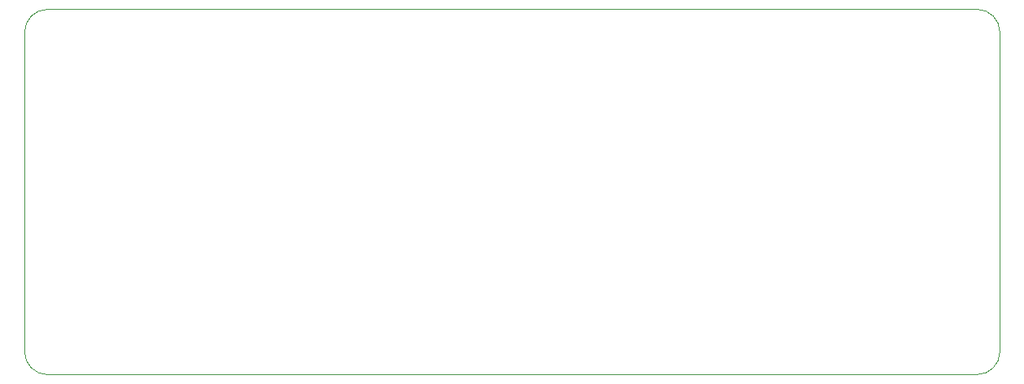
<source format=gm1>
%TF.GenerationSoftware,KiCad,Pcbnew,(5.1.10)-1*%
%TF.CreationDate,2021-05-12T23:01:37-04:00*%
%TF.ProjectId,SwagPad,53776167-5061-4642-9e6b-696361645f70,rev?*%
%TF.SameCoordinates,Original*%
%TF.FileFunction,Profile,NP*%
%FSLAX46Y46*%
G04 Gerber Fmt 4.6, Leading zero omitted, Abs format (unit mm)*
G04 Created by KiCad (PCBNEW (5.1.10)-1) date 2021-05-12 23:01:37*
%MOMM*%
%LPD*%
G01*
G04 APERTURE LIST*
%TA.AperFunction,Profile*%
%ADD10C,0.050000*%
%TD*%
G04 APERTURE END LIST*
D10*
X165100000Y-81756250D02*
X165100000Y-115093750D01*
X65881250Y-117475000D02*
X162718750Y-117475000D01*
X162718750Y-79375000D02*
X65881250Y-79375000D01*
X63500000Y-81756250D02*
X63500000Y-115093750D01*
X63500000Y-81756250D02*
G75*
G02*
X65881250Y-79375000I2381250J0D01*
G01*
X65881250Y-117475000D02*
G75*
G02*
X63500000Y-115093750I0J2381250D01*
G01*
X165100000Y-115093750D02*
G75*
G02*
X162718750Y-117475000I-2381250J0D01*
G01*
X162718750Y-79375000D02*
G75*
G02*
X165100000Y-81756250I0J-2381250D01*
G01*
M02*

</source>
